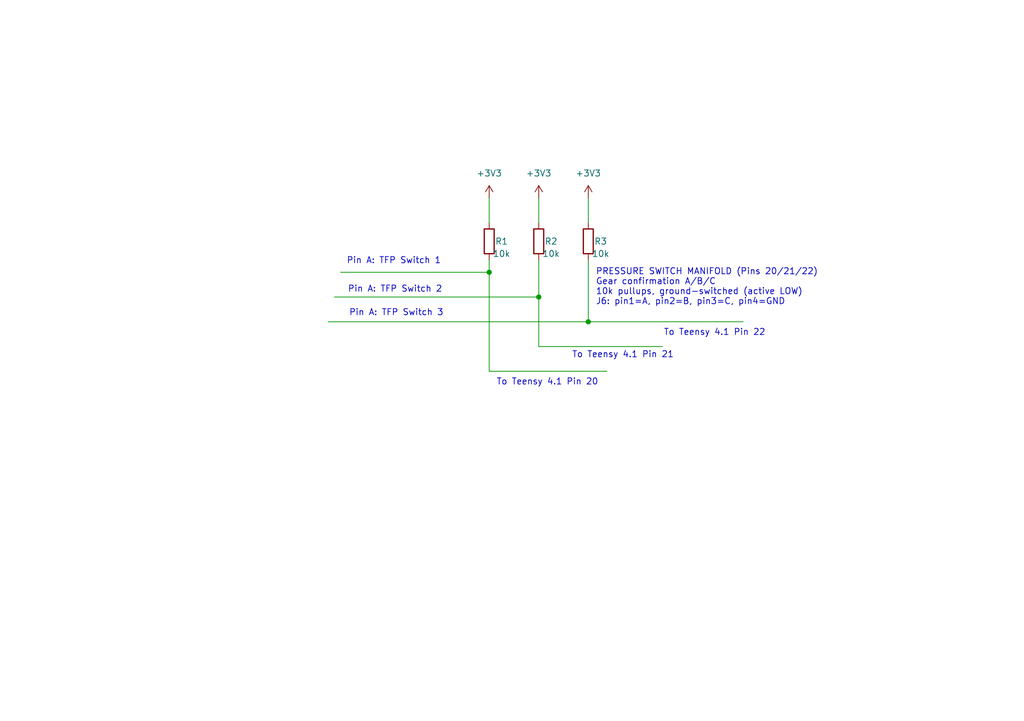
<source format=kicad_sch>
(kicad_sch (version 20250114) (generator "eeschema") (generator_version "9.0")
  (paper "A5")
  (title_block (title "4L60E Controller - Input Conditioning (Overview)") (date "2026-01-26") (rev "B") (comment 1 "Input sheets listed below"))
  (lib_symbols
    (symbol "Device:R" (pin_numbers (hide yes)) (pin_names (offset 0))
      (property "Reference" "R" (at 2.032 0 90))
      (property "Value" "R" (at 0 0 90))
      (symbol "R_0_1"
        (rectangle (start -1.016 -2.54) (end 1.016 2.54) (stroke (width 0.254)))
      )
      (symbol "R_1_1"
        (pin passive line (at 0 3.81 270) (length 1.27) (name "~") (number "1"))
        (pin passive line (at 0 -3.81 90) (length 1.27) (name "~") (number "2"))
      )
    )
    (symbol "power:+3V3" (power) (pin_numbers (hide yes)) (pin_names (offset 0) (hide yes))
      (property "Value" "+3V3" (at 0 3.556 0))
      (symbol "+3V3_0_1"
        (polyline (pts (xy -0.762 1.27) (xy 0 2.54)))
        (polyline (pts (xy 0 2.54) (xy 0.762 1.27)))
        (polyline (pts (xy 0 0) (xy 0 2.54)))
      )
      (symbol "+3V3_1_1"
        (pin power_in line (at 0 0 90) (length 0) (name "~") (number "1"))
      )
    )
  )
  (text "PRESSURE SWITCH MANIFOLD (Pins 20/21/22)\nGear confirmation A/B/C\n10k pullups, ground-switched (active LOW)\nJ6: pin1=A, pin2=B, pin3=C, pin4=GND" (at 122.174 58.928 0) (effects (font (size 1.27 1.27)) (justify left)))
  (text "To Teensy 4.1 Pin 22" (at 146.558 68.326 0) (effects (font (size 1.27 1.27))))
  (text "Pin A: TFP Switch 3" (at 81.28 64.262 0) (effects (font (size 1.27 1.27))))
  (text "To Teensy 4.1 Pin 21" (at 127.762 72.898 0) (effects (font (size 1.27 1.27))))
  (text "Pin A: TFP Switch 2" (at 81.026 59.436 0) (effects (font (size 1.27 1.27))))
  (text "To Teensy 4.1 Pin 20" (at 112.268 78.486 0) (effects (font (size 1.27 1.27))))
  (text "Pin A: TFP Switch 1" (at 80.772 53.594 0) (effects (font (size 1.27 1.27))))
  (junction (at 100.33 55.88))
  (junction (at 110.49 60.96))
  (junction (at 120.65 66.04))
  (wire (pts (xy 110.49 53.34) (xy 110.49 60.96)))
  (wire (pts (xy 68.58 60.96) (xy 110.49 60.96)))
  (wire (pts (xy 100.33 55.88) (xy 100.33 76.2)))
  (wire (pts (xy 120.65 53.34) (xy 120.65 66.04)))
  (wire (pts (xy 100.33 40.64) (xy 100.33 45.72)))
  (wire (pts (xy 69.85 55.88) (xy 100.33 55.88)))
  (wire (pts (xy 100.33 76.2) (xy 124.46 76.2)))
  (wire (pts (xy 120.65 66.04) (xy 152.4 66.04)))
  (wire (pts (xy 110.49 40.64) (xy 110.49 45.72)))
  (wire (pts (xy 100.33 53.34) (xy 100.33 55.88)))
  (wire (pts (xy 67.31 66.04) (xy 120.65 66.04)))
  (wire (pts (xy 120.65 40.64) (xy 120.65 45.72)))
  (wire (pts (xy 110.49 60.96) (xy 110.49 71.12)))
  (wire (pts (xy 110.49 71.12) (xy 135.89 71.12)))
  (symbol (lib_id "Device:R") (at 100.33 49.53 0) (unit 1)
    (property "Reference" "R1" (at 102.87 49.53 0))
    (property "Value" "10k" (at 102.87 52.07 0))
  )
  (symbol (lib_id "Device:R") (at 110.49 49.53 0) (unit 1)
    (property "Reference" "R2" (at 113.03 49.53 0))
    (property "Value" "10k" (at 113.03 52.07 0))
  )
  (symbol (lib_id "Device:R") (at 120.65 49.53 0) (unit 1)
    (property "Reference" "R3" (at 123.19 49.53 0))
    (property "Value" "10k" (at 123.19 52.07 0))
  )
  (symbol (lib_id "power:+3V3") (at 100.33 40.64 0) (unit 1)
    (property "Reference" "#PWR01" (effects (hide yes)))
    (property "Value" "+3V3" (at 100.33 35.56 0))
    (property "Description" "Power symbol creates a global label with name \"+3V3\"" (effects (hide yes)))
  )
  (symbol (lib_id "power:+3V3") (at 120.65 40.64 0) (unit 1)
    (property "Reference" "#PWR03" (effects (hide yes)))
    (property "Value" "+3V3" (at 120.65 35.56 0))
    (property "Description" "Power symbol creates a global label with name \"+3V3\"" (effects (hide yes)))
  )
  (symbol (lib_id "power:+3V3") (at 110.49 40.64 0) (unit 1)
    (property "Reference" "#PWR02" (effects (hide yes)))
    (property "Value" "+3V3" (at 110.49 35.56 0))
    (property "Description" "Power symbol creates a global label with name \"+3V3\"" (effects (hide yes)))
  )
)
</source>
